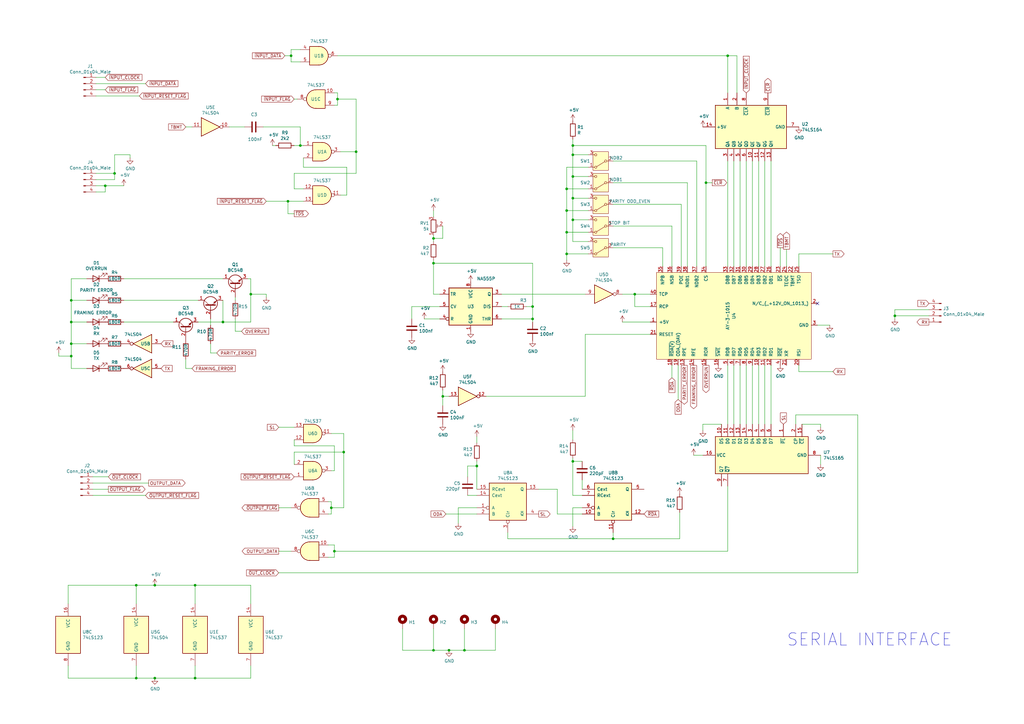
<source format=kicad_sch>
(kicad_sch (version 20230121) (generator eeschema)
  (paper "A3")
  (junction (at 232.41 104.14))
  (junction (at 29.21 123.19))
  (junction (at 177.8 266.7))
  (junction (at 234.95 59.69))
  (junction (at 135.89 208.28))
  (junction (at 177.8 107.95))
  (junction (at 146.05 62.23))
  (junction (at 55.88 240.03))
  (junction (at 91.44 132.08))
  (junction (at 218.44 125.73))
  (junction (at 234.95 189.23))
  (junction (at 367.03 129.54))
  (junction (at 46.99 71.12))
  (junction (at 177.8 97.79))
  (junction (at 63.5 278.13))
  (junction (at 260.35 120.65))
  (junction (at 29.21 146.05))
  (junction (at 138.43 40.64))
  (junction (at 123.19 59.69))
  (junction (at 298.45 22.86))
  (junction (at 232.41 95.25))
  (junction (at 232.41 86.36))
  (junction (at 29.21 132.08))
  (junction (at 119.38 22.86))
  (junction (at 80.01 278.13))
  (junction (at 190.5 266.7))
  (junction (at 181.61 162.56))
  (junction (at 234.95 90.17))
  (junction (at 234.95 81.28))
  (junction (at 232.41 77.47))
  (junction (at 55.88 278.13))
  (junction (at 234.95 63.5))
  (junction (at 118.11 82.55))
  (junction (at 251.46 220.98))
  (junction (at 289.56 74.93))
  (junction (at 140.97 185.42))
  (junction (at 195.58 191.135))
  (junction (at 137.16 226.06))
  (junction (at 234.95 72.39))
  (junction (at 218.44 130.81))
  (junction (at 80.01 240.03))
  (junction (at 43.18 76.2))
  (junction (at 63.5 240.03))
  (junction (at 29.21 140.97))
  (junction (at 184.15 266.7))
  (junction (at 102.87 120.65))
  (no_connect (at 335.28 124.46))
  (wire (pts (xy 234.95 208.28) (xy 234.95 215.9)))
  (wire (pts (xy 102.87 247.65) (xy 102.87 240.03)))
  (wire (pts (xy 295.91 173.99) (xy 288.29 173.99)))
  (wire (pts (xy 120.65 185.42) (xy 120.65 190.5)))
  (wire (pts (xy 184.15 266.7) (xy 190.5 266.7)))
  (wire (pts (xy 102.87 114.3) (xy 101.6 114.3)))
  (wire (pts (xy 184.15 162.56) (xy 181.61 162.56)))
  (wire (pts (xy 123.19 52.07) (xy 107.95 52.07)))
  (wire (pts (xy 118.11 82.55) (xy 118.11 87.63)))
  (wire (pts (xy 203.2 266.7) (xy 203.2 257.81)))
  (wire (pts (xy 381 129.54) (xy 367.03 129.54)))
  (wire (pts (xy 39.37 31.75) (xy 43.18 31.75)))
  (wire (pts (xy 119.38 22.86) (xy 119.38 25.4)))
  (wire (pts (xy 137.16 193.04) (xy 135.89 193.04)))
  (wire (pts (xy 137.16 182.88) (xy 137.16 193.04)))
  (wire (pts (xy 137.16 226.06) (xy 137.16 228.6)))
  (wire (pts (xy 177.8 107.95) (xy 177.8 120.65)))
  (wire (pts (xy 137.16 226.06) (xy 137.16 223.52)))
  (wire (pts (xy 27.94 240.03) (xy 27.94 247.65)))
  (wire (pts (xy 234.95 72.39) (xy 234.95 81.28)))
  (wire (pts (xy 135.89 177.8) (xy 140.97 177.8)))
  (wire (pts (xy 29.21 146.05) (xy 24.13 146.05)))
  (wire (pts (xy 234.95 81.28) (xy 234.95 90.17)))
  (wire (pts (xy 120.65 59.69) (xy 123.19 59.69)))
  (wire (pts (xy 234.95 189.23) (xy 234.95 203.2)))
  (wire (pts (xy 241.3 90.17) (xy 234.95 90.17)))
  (wire (pts (xy 232.41 68.58) (xy 232.41 77.47)))
  (wire (pts (xy 46.99 63.5) (xy 53.34 63.5)))
  (wire (pts (xy 177.8 257.81) (xy 177.8 266.7)))
  (wire (pts (xy 177.8 88.9) (xy 177.8 86.36)))
  (wire (pts (xy 76.2 147.32) (xy 76.2 151.13)))
  (wire (pts (xy 195.58 181.61) (xy 195.58 179.07)))
  (wire (pts (xy 300.99 66.04) (xy 300.99 109.22)))
  (wire (pts (xy 251.46 83.82) (xy 279.4 83.82)))
  (wire (pts (xy 308.61 149.86) (xy 308.61 173.99)))
  (wire (pts (xy 241.3 95.25) (xy 232.41 95.25)))
  (wire (pts (xy 50.8 123.19) (xy 81.28 123.19)))
  (wire (pts (xy 24.13 146.05) (xy 24.13 144.78)))
  (wire (pts (xy 60.96 198.12) (xy 38.1 198.12)))
  (wire (pts (xy 142.24 80.01) (xy 139.7 80.01)))
  (wire (pts (xy 146.05 71.12) (xy 146.05 62.23)))
  (wire (pts (xy 137.16 38.1) (xy 138.43 38.1)))
  (wire (pts (xy 327.66 149.86) (xy 327.66 152.4)))
  (wire (pts (xy 303.53 66.04) (xy 303.53 109.22)))
  (wire (pts (xy 29.21 151.13) (xy 29.21 146.05)))
  (wire (pts (xy 238.76 210.82) (xy 228.6 210.82)))
  (wire (pts (xy 165.1 257.81) (xy 165.1 266.7)))
  (wire (pts (xy 308.61 66.04) (xy 308.61 109.22)))
  (wire (pts (xy 313.69 149.86) (xy 313.69 173.99)))
  (wire (pts (xy 29.21 132.08) (xy 29.21 123.19)))
  (wire (pts (xy 181.61 162.56) (xy 181.61 166.37)))
  (wire (pts (xy 234.95 63.5) (xy 241.3 63.5)))
  (wire (pts (xy 96.52 121.92) (xy 96.52 123.19)))
  (wire (pts (xy 320.04 101.6) (xy 320.04 109.22)))
  (wire (pts (xy 316.23 149.86) (xy 316.23 173.99)))
  (wire (pts (xy 80.01 278.13) (xy 102.87 278.13)))
  (wire (pts (xy 43.18 78.74) (xy 43.18 76.2)))
  (wire (pts (xy 191.77 195.58) (xy 191.77 191.135)))
  (wire (pts (xy 80.01 273.05) (xy 80.01 278.13)))
  (wire (pts (xy 29.21 114.3) (xy 35.56 114.3)))
  (wire (pts (xy 306.07 149.86) (xy 306.07 173.99)))
  (wire (pts (xy 241.3 81.28) (xy 234.95 81.28)))
  (wire (pts (xy 298.45 38.1) (xy 298.45 22.86)))
  (wire (pts (xy 313.69 66.04) (xy 313.69 109.22)))
  (wire (pts (xy 238.76 196.85) (xy 238.76 200.66)))
  (wire (pts (xy 123.19 52.07) (xy 123.19 59.69)))
  (wire (pts (xy 43.18 76.2) (xy 50.8 76.2)))
  (wire (pts (xy 50.8 114.3) (xy 91.44 114.3)))
  (wire (pts (xy 234.95 90.17) (xy 234.95 99.06)))
  (wire (pts (xy 177.8 266.7) (xy 184.15 266.7)))
  (wire (pts (xy 140.97 177.8) (xy 140.97 185.42)))
  (wire (pts (xy 35.56 151.13) (xy 29.21 151.13)))
  (wire (pts (xy 266.7 137.16) (xy 240.03 137.16)))
  (wire (pts (xy 120.65 40.64) (xy 121.92 40.64)))
  (wire (pts (xy 232.41 95.25) (xy 232.41 104.14)))
  (wire (pts (xy 240.03 137.16) (xy 240.03 162.56)))
  (wire (pts (xy 124.46 68.58) (xy 142.24 68.58)))
  (wire (pts (xy 80.01 240.03) (xy 63.5 240.03)))
  (wire (pts (xy 111.76 59.69) (xy 113.03 59.69)))
  (wire (pts (xy 46.99 73.66) (xy 46.99 71.12)))
  (wire (pts (xy 109.22 121.92) (xy 109.22 120.65)))
  (wire (pts (xy 228.6 210.82) (xy 228.6 200.66)))
  (wire (pts (xy 275.59 149.86) (xy 275.59 154.94)))
  (wire (pts (xy 71.12 132.08) (xy 50.8 132.08)))
  (wire (pts (xy 234.95 99.06) (xy 241.3 99.06)))
  (wire (pts (xy 182.88 210.82) (xy 195.58 210.82)))
  (wire (pts (xy 102.87 278.13) (xy 102.87 273.05)))
  (wire (pts (xy 91.44 132.08) (xy 102.87 132.08)))
  (wire (pts (xy 278.765 220.98) (xy 251.46 220.98)))
  (wire (pts (xy 29.21 123.19) (xy 29.21 114.3)))
  (wire (pts (xy 228.6 200.66) (xy 220.98 200.66)))
  (wire (pts (xy 241.3 86.36) (xy 232.41 86.36)))
  (wire (pts (xy 120.65 175.26) (xy 114.3 175.26)))
  (wire (pts (xy 120.65 77.47) (xy 120.65 71.12)))
  (wire (pts (xy 146.05 40.64) (xy 146.05 62.23)))
  (wire (pts (xy 46.99 71.12) (xy 46.99 63.5)))
  (wire (pts (xy 322.58 102.235) (xy 322.58 109.22)))
  (wire (pts (xy 63.5 278.13) (xy 80.01 278.13)))
  (wire (pts (xy 80.01 247.65) (xy 80.01 240.03)))
  (wire (pts (xy 279.4 83.82) (xy 279.4 109.22)))
  (wire (pts (xy 232.41 104.14) (xy 232.41 106.68)))
  (wire (pts (xy 240.03 120.65) (xy 205.74 120.65)))
  (wire (pts (xy 234.95 203.2) (xy 238.76 203.2)))
  (wire (pts (xy 316.23 66.04) (xy 316.23 109.22)))
  (wire (pts (xy 266.7 120.65) (xy 260.35 120.65)))
  (wire (pts (xy 119.38 208.28) (xy 114.3 208.28)))
  (wire (pts (xy 29.21 146.05) (xy 29.21 140.97)))
  (wire (pts (xy 251.46 66.04) (xy 285.75 66.04)))
  (wire (pts (xy 96.52 130.81) (xy 96.52 135.89)))
  (wire (pts (xy 137.16 223.52) (xy 134.62 223.52)))
  (wire (pts (xy 208.28 125.73) (xy 205.74 125.73)))
  (wire (pts (xy 251.46 218.44) (xy 251.46 220.98)))
  (wire (pts (xy 292.1 74.93) (xy 289.56 74.93)))
  (wire (pts (xy 367.03 127) (xy 367.03 129.54)))
  (wire (pts (xy 232.41 86.36) (xy 232.41 95.25)))
  (wire (pts (xy 39.37 78.74) (xy 43.18 78.74)))
  (wire (pts (xy 255.27 132.08) (xy 266.7 132.08)))
  (wire (pts (xy 142.24 68.58) (xy 142.24 80.01)))
  (wire (pts (xy 55.88 240.03) (xy 27.94 240.03)))
  (wire (pts (xy 232.41 77.47) (xy 232.41 86.36)))
  (wire (pts (xy 102.87 120.65) (xy 102.87 114.3)))
  (wire (pts (xy 271.78 101.6) (xy 271.78 109.22)))
  (wire (pts (xy 288.29 186.69) (xy 284.48 186.69)))
  (wire (pts (xy 135.89 205.74) (xy 134.62 205.74)))
  (wire (pts (xy 285.75 66.04) (xy 285.75 109.22)))
  (wire (pts (xy 251.46 101.6) (xy 271.78 101.6)))
  (wire (pts (xy 138.43 38.1) (xy 138.43 40.64)))
  (wire (pts (xy 123.19 59.69) (xy 124.46 59.69)))
  (wire (pts (xy 138.43 40.64) (xy 138.43 43.18)))
  (wire (pts (xy 59.69 203.2) (xy 38.1 203.2)))
  (wire (pts (xy 39.37 39.37) (xy 57.15 39.37)))
  (wire (pts (xy 381 127) (xy 367.03 127)))
  (wire (pts (xy 140.97 208.28) (xy 135.89 208.28)))
  (wire (pts (xy 120.65 180.34) (xy 120.65 182.88)))
  (wire (pts (xy 135.89 210.82) (xy 135.89 208.28)))
  (wire (pts (xy 86.36 130.81) (xy 86.36 133.35)))
  (wire (pts (xy 288.29 173.99) (xy 288.29 176.53)))
  (wire (pts (xy 234.95 63.5) (xy 234.95 72.39)))
  (wire (pts (xy 140.97 185.42) (xy 120.65 185.42)))
  (wire (pts (xy 311.15 66.04) (xy 311.15 109.22)))
  (wire (pts (xy 177.8 106.68) (xy 177.8 107.95)))
  (wire (pts (xy 124.46 82.55) (xy 118.11 82.55)))
  (wire (pts (xy 260.35 125.73) (xy 260.35 120.65)))
  (wire (pts (xy 100.33 52.07) (xy 93.98 52.07)))
  (wire (pts (xy 181.61 97.79) (xy 177.8 97.79)))
  (wire (pts (xy 327.66 104.14) (xy 327.66 109.22)))
  (wire (pts (xy 281.94 74.93) (xy 281.94 109.22)))
  (wire (pts (xy 328.93 173.99) (xy 336.55 173.99)))
  (wire (pts (xy 289.56 74.93) (xy 289.56 59.69)))
  (wire (pts (xy 44.45 200.66) (xy 38.1 200.66)))
  (wire (pts (xy 138.43 22.86) (xy 298.45 22.86)))
  (wire (pts (xy 234.95 180.34) (xy 234.95 176.53)))
  (wire (pts (xy 278.13 149.86) (xy 278.13 163.83)))
  (wire (pts (xy 278.765 210.185) (xy 278.765 220.98)))
  (wire (pts (xy 29.21 140.97) (xy 29.21 132.08)))
  (wire (pts (xy 120.65 182.88) (xy 137.16 182.88)))
  (wire (pts (xy 187.96 208.28) (xy 187.96 214.63)))
  (wire (pts (xy 124.46 77.47) (xy 120.65 77.47)))
  (wire (pts (xy 177.8 96.52) (xy 177.8 97.79)))
  (wire (pts (xy 367.03 129.54) (xy 367.03 130.81)))
  (wire (pts (xy 218.44 132.08) (xy 218.44 130.81)))
  (wire (pts (xy 234.95 59.69) (xy 234.95 63.5)))
  (wire (pts (xy 39.37 36.83) (xy 43.18 36.83)))
  (wire (pts (xy 39.37 73.66) (xy 46.99 73.66)))
  (wire (pts (xy 119.38 22.86) (xy 116.84 22.86)))
  (wire (pts (xy 134.62 210.82) (xy 135.89 210.82)))
  (wire (pts (xy 191.77 191.135) (xy 195.58 191.135)))
  (wire (pts (xy 302.26 22.86) (xy 302.26 38.1)))
  (wire (pts (xy 123.19 20.32) (xy 119.38 20.32)))
  (wire (pts (xy 190.5 266.7) (xy 203.2 266.7)))
  (wire (pts (xy 195.58 191.135) (xy 195.58 200.66)))
  (wire (pts (xy 191.77 203.2) (xy 195.58 203.2)))
  (wire (pts (xy 300.99 149.86) (xy 300.99 173.99)))
  (wire (pts (xy 86.36 144.78) (xy 88.9 144.78)))
  (wire (pts (xy 234.95 187.96) (xy 234.95 189.23)))
  (wire (pts (xy 120.65 71.12) (xy 146.05 71.12)))
  (wire (pts (xy 266.7 125.73) (xy 260.35 125.73)))
  (wire (pts (xy 298.45 66.04) (xy 298.45 109.22)))
  (wire (pts (xy 86.36 140.97) (xy 86.36 144.78)))
  (wire (pts (xy 311.15 149.86) (xy 311.15 173.99)))
  (wire (pts (xy 336.55 173.99) (xy 336.55 175.26)))
  (wire (pts (xy 168.91 125.73) (xy 168.91 130.81)))
  (wire (pts (xy 195.58 189.23) (xy 195.58 191.135)))
  (wire (pts (xy 208.28 220.98) (xy 208.28 218.44)))
  (wire (pts (xy 102.87 132.08) (xy 102.87 120.65)))
  (wire (pts (xy 27.94 273.05) (xy 27.94 278.13)))
  (wire (pts (xy 55.88 247.65) (xy 55.88 240.03)))
  (wire (pts (xy 240.03 162.56) (xy 199.39 162.56)))
  (wire (pts (xy 180.34 125.73) (xy 168.91 125.73)))
  (wire (pts (xy 118.11 82.55) (xy 109.22 82.55)))
  (wire (pts (xy 63.5 240.03) (xy 55.88 240.03)))
  (wire (pts (xy 177.8 97.79) (xy 177.8 99.06)))
  (wire (pts (xy 114.3 234.95) (xy 351.79 234.95)))
  (wire (pts (xy 124.46 64.77) (xy 124.46 68.58)))
  (wire (pts (xy 241.3 77.47) (xy 232.41 77.47)))
  (wire (pts (xy 55.88 273.05) (xy 55.88 278.13)))
  (wire (pts (xy 205.74 130.81) (xy 218.44 130.81)))
  (wire (pts (xy 351.79 234.95) (xy 351.79 170.18)))
  (wire (pts (xy 241.3 72.39) (xy 234.95 72.39)))
  (wire (pts (xy 173.99 130.81) (xy 180.34 130.81)))
  (wire (pts (xy 238.76 189.23) (xy 234.95 189.23)))
  (wire (pts (xy 232.41 104.14) (xy 241.3 104.14)))
  (wire (pts (xy 135.89 208.28) (xy 135.89 205.74)))
  (wire (pts (xy 298.45 22.86) (xy 302.26 22.86)))
  (wire (pts (xy 234.95 59.69) (xy 234.95 57.15)))
  (wire (pts (xy 39.37 71.12) (xy 46.99 71.12)))
  (wire (pts (xy 195.58 208.28) (xy 187.96 208.28)))
  (wire (pts (xy 96.52 135.89) (xy 99.06 135.89)))
  (wire (pts (xy 298.45 149.86) (xy 298.45 173.99)))
  (wire (pts (xy 81.28 132.08) (xy 91.44 132.08)))
  (wire (pts (xy 138.43 40.64) (xy 146.05 40.64)))
  (wire (pts (xy 238.76 208.28) (xy 234.95 208.28)))
  (wire (pts (xy 38.1 195.58) (xy 44.45 195.58)))
  (wire (pts (xy 215.9 125.73) (xy 218.44 125.73)))
  (wire (pts (xy 138.43 43.18) (xy 137.16 43.18)))
  (wire (pts (xy 251.46 220.98) (xy 208.28 220.98)))
  (wire (pts (xy 137.16 228.6) (xy 134.62 228.6)))
  (wire (pts (xy 91.44 123.19) (xy 91.44 132.08)))
  (wire (pts (xy 29.21 140.97) (xy 35.56 140.97)))
  (wire (pts (xy 35.56 132.08) (xy 29.21 132.08)))
  (wire (pts (xy 218.44 125.73) (xy 218.44 107.95)))
  (wire (pts (xy 181.61 92.71) (xy 181.61 97.79)))
  (wire (pts (xy 140.97 185.42) (xy 140.97 208.28)))
  (wire (pts (xy 53.34 63.5) (xy 53.34 64.77)))
  (wire (pts (xy 336.55 186.69) (xy 336.55 190.5)))
  (wire (pts (xy 306.07 66.04) (xy 306.07 109.22)))
  (wire (pts (xy 190.5 257.81) (xy 190.5 266.7)))
  (wire (pts (xy 165.1 266.7) (xy 177.8 266.7)))
  (wire (pts (xy 351.79 170.18) (xy 326.39 170.18)))
  (wire (pts (xy 275.59 92.71) (xy 251.46 92.71)))
  (wire (pts (xy 76.2 151.13) (xy 78.74 151.13)))
  (wire (pts (xy 218.44 130.81) (xy 218.44 125.73)))
  (wire (pts (xy 146.05 62.23) (xy 139.7 62.23)))
  (wire (pts (xy 118.11 87.63) (xy 120.65 87.63)))
  (wire (pts (xy 289.56 59.69) (xy 234.95 59.69)))
  (wire (pts (xy 303.53 149.86) (xy 303.53 173.99)))
  (wire (pts (xy 78.74 52.07) (xy 76.2 52.07)))
  (wire (pts (xy 137.16 226.06) (xy 298.45 226.06)))
  (wire (pts (xy 109.22 120.65) (xy 102.87 120.65)))
  (wire (pts (xy 119.38 25.4) (xy 123.19 25.4)))
  (wire (pts (xy 27.94 278.13) (xy 55.88 278.13)))
  (wire (pts (xy 119.38 20.32) (xy 119.38 22.86)))
  (wire (pts (xy 335.28 133.35) (xy 340.36 133.35)))
  (wire (pts (xy 181.61 160.02) (xy 181.61 162.56)))
  (wire (pts (xy 39.37 34.29) (xy 59.69 34.29)))
  (wire (pts (xy 326.39 170.18) (xy 326.39 173.99)))
  (wire (pts (xy 119.38 226.06) (xy 114.3 226.06)))
  (wire (pts (xy 289.56 109.22) (xy 289.56 74.93)))
  (wire (pts (xy 218.44 107.95) (xy 177.8 107.95)))
  (wire (pts (xy 327.66 152.4) (xy 341.63 152.4)))
  (wire (pts (xy 260.35 120.65) (xy 255.27 120.65)))
  (wire (pts (xy 241.3 68.58) (xy 232.41 68.58)))
  (wire (pts (xy 298.45 199.39) (xy 298.45 226.06)))
  (wire (pts (xy 275.59 109.22) (xy 275.59 92.71)))
  (wire (pts (xy 35.56 123.19) (xy 29.21 123.19)))
  (wire (pts (xy 102.87 240.03) (xy 80.01 240.03)))
  (wire (pts (xy 55.88 278.13) (xy 63.5 278.13)))
  (wire (pts (xy 341.63 104.14) (xy 327.66 104.14)))
  (wire (pts (xy 39.37 76.2) (xy 43.18 76.2)))
  (wire (pts (xy 251.46 74.93) (xy 281.94 74.93)))
  (wire (pts (xy 177.8 120.65) (xy 180.34 120.65)))
  (text "SERIAL INTERFACE" (at 322.58 265.43 0) (effects (font (size 5.0038 5.0038)) (justify left bottom)))
  (global_label "TX" (shape input) (at 381 124.46 180) (property "Intersheetrefs" "${INTERSHEET_REFS}" (effects hide)))
  (global_label "~{INPUT_RESET_FLAG}" (shape input) (at 57.15 39.37 0) (property "Intersheetrefs" "${INTERSHEET_REFS}" (effects hide)))
  (global_label "~{RDA}" (shape input) (at 264.16 210.82 0) (property "Intersheetrefs" "${INTERSHEET_REFS}" (effects hide)))
  (global_label "~{OUTPUT_FLAG}" (shape output) (at 44.45 200.66 0) (property "Intersheetrefs" "${INTERSHEET_REFS}" (effects hide)))
  (global_label "~{CLR}" (shape output) (at 314.96 38.1 90) (property "Intersheetrefs" "${INTERSHEET_REFS}" (effects hide)))
  (global_label "OVERRUN" (shape input) (at 99.06 135.89 0) (property "Intersheetrefs" "${INTERSHEET_REFS}" (effects hide)))
  (global_label "~{OUTPUT_RESET_FLAG}" (shape input) (at 59.69 203.2 0) (property "Intersheetrefs" "${INTERSHEET_REFS}" (effects hide)))
  (global_label "~{INPUT_RESET_FLAG}" (shape input) (at 109.22 82.55 180) (property "Intersheetrefs" "${INTERSHEET_REFS}" (effects hide)))
  (global_label "ODA" (shape input) (at 182.88 210.82 180) (property "Intersheetrefs" "${INTERSHEET_REFS}" (effects hide)))
  (global_label "FRAMING_ERROR" (shape output) (at 284.48 149.86 270) (property "Intersheetrefs" "${INTERSHEET_REFS}" (effects hide)))
  (global_label "TX" (shape output) (at 341.63 104.14 0) (property "Intersheetrefs" "${INTERSHEET_REFS}" (effects hide)))
  (global_label "~{INPUT_CLOCK}" (shape input) (at 43.18 31.75 0) (property "Intersheetrefs" "${INTERSHEET_REFS}" (effects hide)))
  (global_label "~{INPUT_DATA}" (shape input) (at 59.69 34.29 0) (property "Intersheetrefs" "${INTERSHEET_REFS}" (effects hide)))
  (global_label "~{INPUT_DATA}" (shape input) (at 116.84 22.86 180) (property "Intersheetrefs" "${INTERSHEET_REFS}" (effects hide)))
  (global_label "SL" (shape input) (at 321.31 173.99 90) (property "Intersheetrefs" "${INTERSHEET_REFS}" (effects hide)))
  (global_label "~{TDS}" (shape output) (at 320.04 101.6 90) (property "Intersheetrefs" "${INTERSHEET_REFS}" (effects hide)))
  (global_label "~{OUTPUT_FLAG}" (shape output) (at 114.3 208.28 180) (property "Intersheetrefs" "${INTERSHEET_REFS}" (effects hide)))
  (global_label "ODA" (shape input) (at 278.13 163.83 270) (property "Intersheetrefs" "${INTERSHEET_REFS}" (effects hide)))
  (global_label "~{OUTPUT_RESET_FLAG}" (shape input) (at 120.65 195.58 180) (property "Intersheetrefs" "${INTERSHEET_REFS}" (effects hide)))
  (global_label "~{OUT_CLOCK}" (shape input) (at 114.3 234.95 180) (property "Intersheetrefs" "${INTERSHEET_REFS}" (effects hide)))
  (global_label "PARITY_ERROR" (shape output) (at 280.67 149.86 270) (property "Intersheetrefs" "${INTERSHEET_REFS}" (effects hide)))
  (global_label "OVERRUN" (shape output) (at 289.56 149.86 270) (property "Intersheetrefs" "${INTERSHEET_REFS}" (effects hide)))
  (global_label "TBMT" (shape output) (at 322.58 102.235 90) (property "Intersheetrefs" "${INTERSHEET_REFS}" (effects hide)))
  (global_label "RX" (shape input) (at 341.63 152.4 0) (property "Intersheetrefs" "${INTERSHEET_REFS}" (effects hide)))
  (global_label "~{INPUT_FLAG}" (shape input) (at 43.18 36.83 0) (property "Intersheetrefs" "${INTERSHEET_REFS}" (effects hide)))
  (global_label "RX" (shape input) (at 66.04 140.97 0) (property "Intersheetrefs" "${INTERSHEET_REFS}" (effects hide)))
  (global_label "PARITY_ERROR" (shape input) (at 88.9 144.78 0) (property "Intersheetrefs" "${INTERSHEET_REFS}" (effects hide)))
  (global_label "FRAMING_ERROR" (shape input) (at 78.74 151.13 0) (property "Intersheetrefs" "${INTERSHEET_REFS}" (effects hide)))
  (global_label "OUTPUT_DATA" (shape output) (at 60.96 198.12 0) (property "Intersheetrefs" "${INTERSHEET_REFS}" (effects hide)))
  (global_label "TX" (shape input) (at 66.04 151.13 0) (property "Intersheetrefs" "${INTERSHEET_REFS}" (effects hide)))
  (global_label "~{RDA}" (shape input) (at 275.59 154.94 270) (property "Intersheetrefs" "${INTERSHEET_REFS}" (effects hide)))
  (global_label "~{INPUT_CLOCK}" (shape input) (at 306.07 38.1 90) (property "Intersheetrefs" "${INTERSHEET_REFS}" (effects hide)))
  (global_label "SL" (shape output) (at 220.98 210.82 0) (property "Intersheetrefs" "${INTERSHEET_REFS}" (effects hide)))
  (global_label "~{INPUT_FLAG}" (shape input) (at 120.65 40.64 180) (property "Intersheetrefs" "${INTERSHEET_REFS}" (effects hide)))
  (global_label "~{OUT_CLOCK}" (shape input) (at 44.45 195.58 0) (property "Intersheetrefs" "${INTERSHEET_REFS}" (effects hide)))
  (global_label "~{TDS}" (shape output) (at 120.65 87.63 0) (property "Intersheetrefs" "${INTERSHEET_REFS}" (effects hide)))
  (global_label "OUTPUT_DATA" (shape output) (at 114.3 226.06 180) (property "Intersheetrefs" "${INTERSHEET_REFS}" (effects hide)))
  (global_label "RX" (shape output) (at 381 132.08 180) (property "Intersheetrefs" "${INTERSHEET_REFS}" (effects hide)))
  (global_label "TBMT" (shape input) (at 76.2 52.07 180) (property "Intersheetrefs" "${INTERSHEET_REFS}" (effects hide)))
  (global_label "~{CLR}" (shape output) (at 292.1 74.93 0) (property "Intersheetrefs" "${INTERSHEET_REFS}" (effects hide)))
  (global_label "SL" (shape input) (at 114.3 175.26 180) (property "Intersheetrefs" "${INTERSHEET_REFS}" (effects hide)))
  (symbol (lib_id "74xx:74LS165") (at 311.15 186.69 90) (mirror x) (unit 1)
    (property "Reference" "U7" (at 337.6676 185.5216 90) (effects (justify right)))
    (property "Value" "74LS165" (at 337.6676 187.833 90) (effects (justify right)))
    (property "Footprint" "Package_DIP:DIP-16_W7.62mm" (effects hide))
    (property "Datasheet" "https://www.ti.com/lit/ds/symlink/sn74ls165a.pdf" (effects hide))
  )
  (symbol (lib_id "E8Serial-rescue:AY-3-1015-Interface_UART") (at 300.99 129.54 90) (unit 1)
    (property "Reference" "U4" (at 300.99 129.54 0))
    (property "Value" "AY-3-1015" (at 298.45 129.54 0))
    (property "Footprint" "Package_DIP:DIP-40_W15.24mm" (effects hide))
  )
  (symbol (lib_id "power:GND") (at 109.22 121.92 0) (unit 1)
    (property "Reference" "#PWR0111" (effects hide))
    (property "Value" "GND" (at 109.347 126.3142 0))
  )
  (symbol (lib_id "Switch:SW_SPDT") (at 246.38 101.6 180) (unit 1)
    (property "Reference" "SW5" (at 240.03 101.6 0))
    (property "Value" "PARITY " (at 254 100.33 0))
    (property "Footprint" "Altronics:S1320_SPDP_Toggle_switch_PCB_right_angle" (effects hide))
  )
  (symbol (lib_id "Switch:SW_SPDT") (at 246.38 92.71 180) (unit 1)
    (property "Reference" "SW4" (at 240.03 92.71 0))
    (property "Value" "STOP BIT" (at 254 91.44 0))
    (property "Footprint" "Altronics:S1320_SPDP_Toggle_switch_PCB_right_angle" (effects hide))
  )
  (symbol (lib_id "Switch:SW_SPDT") (at 246.38 83.82 180) (unit 1)
    (property "Reference" "SW3" (at 240.03 83.82 0))
    (property "Value" " PARITY ODD_EVEN" (at 257.81 82.55 0))
    (property "Footprint" "Altronics:S1320_SPDP_Toggle_switch_PCB_right_angle" (effects hide))
  )
  (symbol (lib_id "Switch:SW_SPDT") (at 246.38 74.93 180) (unit 1)
    (property "Reference" "SW2" (at 240.03 74.93 0))
    (property "Value" "NDB1" (at 252.73 73.66 0))
    (property "Footprint" "Altronics:S1320_SPDP_Toggle_switch_PCB_right_angle" (effects hide))
  )
  (symbol (lib_id "Switch:SW_SPDT") (at 246.38 66.04 180) (unit 1)
    (property "Reference" "SW1" (at 240.03 66.04 0))
    (property "Value" "NDB2" (at 252.73 64.77 0))
    (property "Footprint" "Altronics:S1320_SPDP_Toggle_switch_PCB_right_angle" (effects hide))
  )
  (symbol (lib_id "power:GND") (at 232.41 106.68 0) (unit 1)
    (property "Reference" "#PWR0101" (effects hide))
    (property "Value" "GND" (at 232.537 111.0742 0))
  )
  (symbol (lib_id "Device:R") (at 234.95 53.34 0) (unit 1)
    (property "Reference" "R1" (at 236.728 52.1716 0) (effects (justify left)))
    (property "Value" "R" (at 236.728 54.483 0) (effects (justify left)))
    (property "Footprint" "Resistor_THT:R_Axial_DIN0207_L6.3mm_D2.5mm_P10.16mm_Horizontal" (effects hide))
  )
  (symbol (lib_id "power:+5V") (at 255.27 132.08 0) (unit 1)
    (property "Reference" "#PWR0102" (effects hide))
    (property "Value" "+5V" (at 255.651 127.6858 0))
  )
  (symbol (lib_id "power:+5V") (at 234.95 49.53 0) (unit 1)
    (property "Reference" "#PWR0103" (effects hide))
    (property "Value" "+5V" (at 235.331 45.1358 0))
  )
  (symbol (lib_id "74xx:74LS04") (at 247.65 120.65 0) (unit 4)
    (property "Reference" "U5" (at 247.65 112.5982 0))
    (property "Value" "74LS04" (at 247.65 114.9096 0))
    (property "Footprint" "Package_DIP:DIP-14_W7.62mm" (effects hide))
    (property "Datasheet" "http://www.ti.com/lit/gpn/sn74LS04" (effects hide))
  )
  (symbol (lib_id "Timer:NA555P") (at 193.04 125.73 0) (unit 1)
    (property "Reference" "U3" (at 193.04 125.73 0))
    (property "Value" "NA555P" (at 199.39 114.3 0))
    (property "Footprint" "Package_DIP:DIP-8_W7.62mm" (effects hide))
    (property "Datasheet" "http://www.ti.com/lit/ds/symlink/ne555.pdf" (effects hide))
  )
  (symbol (lib_id "Device:R") (at 212.09 125.73 270) (unit 1)
    (property "Reference" "R3" (at 214.63 123.19 90))
    (property "Value" "1K" (at 212.09 125.73 90))
    (property "Footprint" "Resistor_THT:R_Axial_DIN0207_L6.3mm_D2.5mm_P10.16mm_Horizontal" (effects hide))
  )
  (symbol (lib_id "power:+5V") (at 173.99 130.81 0) (unit 1)
    (property "Reference" "#PWR0104" (effects hide))
    (property "Value" "+5V" (at 174.371 126.4158 0))
  )
  (symbol (lib_id "power:+5V") (at 193.04 115.57 0) (unit 1)
    (property "Reference" "#PWR0105" (effects hide))
    (property "Value" "+5V" (at 193.421 111.1758 0))
  )
  (symbol (lib_id "power:GND") (at 193.04 135.89 0) (unit 1)
    (property "Reference" "#PWR0106" (effects hide))
    (property "Value" "GND" (at 193.167 140.2842 0))
  )
  (symbol (lib_id "Device:R") (at 177.8 102.87 0) (mirror x) (unit 1)
    (property "Reference" "R2" (at 176.022 101.7016 0) (effects (justify right)))
    (property "Value" "4k7" (at 176.022 104.013 0) (effects (justify right)))
    (property "Footprint" "Resistor_THT:R_Axial_DIN0207_L6.3mm_D2.5mm_P10.16mm_Horizontal" (effects hide))
  )
  (symbol (lib_id "E8Serial-rescue:R_POT_TRIM-Device") (at 177.8 92.71 0) (mirror x) (unit 1)
    (property "Reference" "RV1" (at 176.022 91.5416 0) (effects (justify right)))
    (property "Value" "5k" (at 176.022 93.853 0) (effects (justify right)))
    (property "Footprint" "Potentiometer_THT:Potentiometer_Bourns_3006P_Horizontal" (effects hide))
  )
  (symbol (lib_id "power:+5V") (at 177.8 86.36 0) (unit 1)
    (property "Reference" "#PWR0107" (effects hide))
    (property "Value" "+5V" (at 178.181 81.9658 0))
  )
  (symbol (lib_id "Device:C") (at 168.91 134.62 0) (unit 1)
    (property "Reference" "C1" (at 171.831 133.4516 0) (effects (justify left)))
    (property "Value" "100nf" (at 171.831 135.763 0) (effects (justify left)))
    (property "Footprint" "Capacitor_THT:C_Disc_D10.0mm_W2.5mm_P5.00mm" (effects hide))
  )
  (symbol (lib_id "74xx:74LS04") (at 191.77 162.56 0) (unit 6)
    (property "Reference" "U5" (at 191.77 154.5082 0))
    (property "Value" "74LS04" (at 191.77 156.8196 0))
    (property "Datasheet" "http://www.ti.com/lit/gpn/sn74LS04" (effects hide))
  )
  (symbol (lib_id "Device:C") (at 218.44 135.89 0) (unit 1)
    (property "Reference" "C2" (at 221.361 134.7216 0) (effects (justify left)))
    (property "Value" "100nf" (at 221.361 137.033 0) (effects (justify left)))
    (property "Footprint" "Capacitor_THT:C_Disc_D10.0mm_W2.5mm_P5.00mm" (effects hide))
  )
  (symbol (lib_id "Device:R") (at 181.61 156.21 0) (mirror x) (unit 1)
    (property "Reference" "R12" (at 179.832 155.0416 0) (effects (justify right)))
    (property "Value" "4k7" (at 179.832 157.353 0) (effects (justify right)))
    (property "Footprint" "Resistor_THT:R_Axial_DIN0207_L6.3mm_D2.5mm_P10.16mm_Horizontal" (effects hide))
  )
  (symbol (lib_id "Device:C") (at 181.61 170.18 0) (unit 1)
    (property "Reference" "C4" (at 184.531 169.0116 0) (effects (justify left)))
    (property "Value" "100nF" (at 184.531 171.323 0) (effects (justify left)))
    (property "Footprint" "Capacitor_THT:C_Disc_D10.0mm_W2.5mm_P5.00mm" (effects hide))
  )
  (symbol (lib_id "power:GND") (at 218.44 139.7 0) (unit 1)
    (property "Reference" "#PWR0108" (effects hide))
    (property "Value" "GND" (at 218.567 144.0942 0))
  )
  (symbol (lib_id "power:GND") (at 168.91 138.43 0) (unit 1)
    (property "Reference" "#PWR0109" (effects hide))
    (property "Value" "GND" (at 169.037 142.8242 0))
  )
  (symbol (lib_id "power:GND") (at 181.61 173.99 0) (unit 1)
    (property "Reference" "#PWR0112" (effects hide))
    (property "Value" "GND" (at 181.737 178.3842 0))
  )
  (symbol (lib_id "power:+5V") (at 181.61 152.4 0) (unit 1)
    (property "Reference" "#PWR0113" (effects hide))
    (property "Value" "+5V" (at 181.991 148.0058 0))
  )
  (symbol (lib_id "E8Serial-rescue:74LS123-74xx") (at 208.28 205.74 0) (unit 1)
    (property "Reference" "U8" (at 208.28 193.8782 0))
    (property "Value" "74LS123" (at 208.28 196.1896 0))
    (property "Footprint" "Package_DIP:DIP-16_W7.62mm" (effects hide))
    (property "Datasheet" "http://www.ti.com/lit/gpn/sn74LS123" (effects hide))
  )
  (symbol (lib_id "E8Serial-rescue:74LS123-74xx") (at 251.46 205.74 0) (unit 2)
    (property "Reference" "U8" (at 251.46 193.8782 0))
    (property "Value" "74LS123" (at 251.46 196.1896 0))
    (property "Footprint" "Package_DIP:DIP-16_W7.62mm" (effects hide))
    (property "Datasheet" "http://www.ti.com/lit/gpn/sn74LS123" (effects hide))
  )
  (symbol (lib_id "Device:R") (at 234.95 184.15 0) (mirror x) (unit 1)
    (property "Reference" "R14" (at 233.172 182.9816 0) (effects (justify right)))
    (property "Value" "4k7" (at 233.172 185.293 0) (effects (justify right)))
    (property "Footprint" "Resistor_THT:R_Axial_DIN0207_L6.3mm_D2.5mm_P10.16mm_Horizontal" (effects hide))
  )
  (symbol (lib_id "Device:C") (at 238.76 193.04 0) (unit 1)
    (property "Reference" "C6" (at 241.681 191.8716 0) (effects (justify left)))
    (property "Value" "220pF" (at 241.681 194.183 0) (effects (justify left)))
    (property "Footprint" "Capacitor_THT:C_Disc_D8.0mm_W2.5mm_P5.00mm" (effects hide))
  )
  (symbol (lib_id "Device:R") (at 195.58 185.42 0) (mirror x) (unit 1)
    (property "Reference" "R13" (at 193.802 184.2516 0) (effects (justify right)))
    (property "Value" "4k7" (at 193.802 186.563 0) (effects (justify right)))
    (property "Footprint" "Resistor_THT:R_Axial_DIN0207_L6.3mm_D2.5mm_P10.16mm_Horizontal" (effects hide))
  )
  (symbol (lib_id "Device:C") (at 191.77 199.39 0) (mirror y) (unit 1)
    (property "Reference" "C5" (at 188.849 198.2216 0) (effects (justify left)))
    (property "Value" "220pF" (at 188.849 200.533 0) (effects (justify left)))
    (property "Footprint" "Capacitor_THT:C_Disc_D8.0mm_W2.5mm_P5.00mm" (effects hide))
  )
  (symbol (lib_id "Device:LED") (at 39.37 114.3 180) (unit 1)
    (property "Reference" "D1" (at 39.5478 107.823 0))
    (property "Value" "OVERRUN" (at 39.5478 110.1344 0))
    (property "Footprint" "LED_THT:LED_D5.0mm_Horizontal_O3.81mm_Z9.0mm" (effects hide))
  )
  (symbol (lib_id "Device:LED") (at 39.37 123.19 180) (unit 1)
    (property "Reference" "D2" (at 39.5478 116.713 0))
    (property "Value" "PARITY ERROR" (at 39.5478 119.0244 0))
    (property "Footprint" "LED_THT:LED_D5.0mm_Horizontal_O3.81mm_Z9.0mm" (effects hide))
  )
  (symbol (lib_id "Device:LED") (at 39.37 132.08 180) (unit 1)
    (property "Reference" "D3" (at 39.5478 125.603 0))
    (property "Value" "FRAMING ERROR" (at 38.1 128.27 0))
    (property "Footprint" "LED_THT:LED_D5.0mm_Horizontal_O3.81mm_Z9.0mm" (effects hide))
  )
  (symbol (lib_id "Device:LED") (at 39.37 140.97 180) (unit 1)
    (property "Reference" "D4" (at 39.5478 134.493 0))
    (property "Value" "RX" (at 39.5478 136.8044 0))
    (property "Footprint" "LED_THT:LED_D5.0mm_Horizontal_O3.81mm_Z9.0mm" (effects hide))
  )
  (symbol (lib_id "Device:R") (at 46.99 114.3 270) (mirror x) (unit 1)
    (property "Reference" "R4" (at 46.99 111.76 90))
    (property "Value" "180R" (at 46.99 114.3 90))
    (property "Footprint" "Resistor_THT:R_Axial_DIN0207_L6.3mm_D2.5mm_P10.16mm_Horizontal" (effects hide))
  )
  (symbol (lib_id "Device:R") (at 46.99 123.19 270) (mirror x) (unit 1)
    (property "Reference" "R5" (at 46.99 120.65 90))
    (property "Value" "180R" (at 46.99 123.19 90))
    (property "Footprint" "Resistor_THT:R_Axial_DIN0207_L6.3mm_D2.5mm_P10.16mm_Horizontal" (effects hide))
  )
  (symbol (lib_id "Device:R") (at 46.99 132.08 270) (mirror x) (unit 1)
    (property "Reference" "R6" (at 46.99 129.54 90))
    (property "Value" "180R" (at 46.99 132.08 90))
    (property "Footprint" "Resistor_THT:R_Axial_DIN0207_L6.3mm_D2.5mm_P10.16mm_Horizontal" (effects hide))
  )
  (symbol (lib_id "Device:R") (at 46.99 140.97 270) (mirror x) (unit 1)
    (property "Reference" "R7" (at 46.99 138.43 90))
    (property "Value" "180R" (at 46.99 140.97 90))
    (property "Footprint" "Resistor_THT:R_Axial_DIN0207_L6.3mm_D2.5mm_P10.16mm_Horizontal" (effects hide))
  )
  (symbol (lib_id "Device:LED") (at 39.37 151.13 180) (unit 1)
    (property "Reference" "D5" (at 39.5478 144.653 0))
    (property "Value" "TX" (at 39.5478 146.9644 0))
    (property "Footprint" "LED_THT:LED_D5.0mm_Horizontal_O3.81mm_Z9.0mm" (effects hide))
  )
  (symbol (lib_id "Device:R") (at 46.99 151.13 270) (mirror x) (unit 1)
    (property "Reference" "R8" (at 46.99 148.59 90))
    (property "Value" "180R" (at 46.99 151.13 90))
    (property "Footprint" "Resistor_THT:R_Axial_DIN0207_L6.3mm_D2.5mm_P10.16mm_Horizontal" (effects hide))
  )
  (symbol (lib_id "74xx:74LS04") (at 58.42 140.97 180) (unit 2)
    (property "Reference" "U5" (at 59.69 140.97 0))
    (property "Value" "74LS04" (at 54.61 137.16 0))
    (property "Datasheet" "http://www.ti.com/lit/gpn/sn74LS04" (effects hide))
  )
  (symbol (lib_id "power:+5V") (at 234.95 176.53 0) (unit 1)
    (property "Reference" "#PWR0114" (effects hide))
    (property "Value" "+5V" (at 235.331 172.1358 0))
  )
  (symbol (lib_id "power:+5V") (at 195.58 179.07 0) (unit 1)
    (property "Reference" "#PWR0115" (effects hide))
    (property "Value" "+5V" (at 195.961 174.6758 0))
  )
  (symbol (lib_id "74xx:74LS04") (at 58.42 151.13 180) (unit 3)
    (property "Reference" "U5" (at 59.69 151.13 0))
    (property "Value" "74LS04" (at 54.61 147.32 0))
    (property "Datasheet" "http://www.ti.com/lit/gpn/sn74LS04" (effects hide))
  )
  (symbol (lib_id "power:GND") (at 187.96 214.63 0) (unit 1)
    (property "Reference" "#PWR0116" (effects hide))
    (property "Value" "GND" (at 188.087 219.0242 0))
  )
  (symbol (lib_id "power:GND") (at 234.95 215.9 0) (unit 1)
    (property "Reference" "#PWR0117" (effects hide))
    (property "Value" "GND" (at 235.077 220.2942 0))
  )
  (symbol (lib_id "power:+5V") (at 24.13 144.78 0) (unit 1)
    (property "Reference" "#PWR0110" (effects hide))
    (property "Value" "+5V" (at 24.511 140.3858 0))
  )
  (symbol (lib_id "power:GND") (at 288.29 176.53 0) (unit 1)
    (property "Reference" "#PWR0118" (effects hide))
    (property "Value" "GND" (at 288.417 180.9242 0))
  )
  (symbol (lib_id "power:GND") (at 336.55 175.26 0) (unit 1)
    (property "Reference" "#PWR0119" (effects hide))
    (property "Value" "GND" (at 336.677 179.6542 0))
  )
  (symbol (lib_id "Transistor_BJT:BC548") (at 76.2 134.62 90) (unit 1)
    (property "Reference" "Q3" (at 76.2 126.2888 90))
    (property "Value" "BC548" (at 76.2 128.6002 90))
    (property "Footprint" "Package_TO_SOT_THT:TO-92_Inline_Wide" (effects hide))
    (property "Datasheet" "https://www.onsemi.com/pub/Collateral/BC550-D.pdf" (effects hide))
  )
  (symbol (lib_id "Transistor_BJT:BC548") (at 86.36 125.73 90) (unit 1)
    (property "Reference" "Q2" (at 86.36 117.3988 90))
    (property "Value" "BC548" (at 86.36 119.7102 90))
    (property "Footprint" "Package_TO_SOT_THT:TO-92_Inline_Wide" (effects hide))
    (property "Datasheet" "https://www.onsemi.com/pub/Collateral/BC550-D.pdf" (effects hide))
  )
  (symbol (lib_id "Transistor_BJT:BC548") (at 96.52 116.84 90) (unit 1)
    (property "Reference" "Q1" (at 96.52 108.5088 90))
    (property "Value" "BC548" (at 96.52 110.8202 90))
    (property "Footprint" "Package_TO_SOT_THT:TO-92_Inline_Wide" (effects hide))
    (property "Datasheet" "https://www.onsemi.com/pub/Collateral/BC550-D.pdf" (effects hide))
  )
  (symbol (lib_id "power:+5V") (at 284.48 186.69 0) (unit 1)
    (property "Reference" "#PWR0120" (effects hide))
    (property "Value" "+5V" (at 284.861 182.2958 0))
  )
  (symbol (lib_id "power:GND") (at 336.55 190.5 0) (unit 1)
    (property "Reference" "#PWR0121" (effects hide))
    (property "Value" "GND" (at 336.677 194.8942 0))
  )
  (symbol (lib_id "Device:R") (at 76.2 143.51 0) (mirror x) (unit 1)
    (property "Reference" "R11" (at 74.4474 142.3416 0) (effects (justify right)))
    (property "Value" "470R" (at 76.2 146.05 90) (effects (justify right)))
    (property "Footprint" "Resistor_THT:R_Axial_DIN0207_L6.3mm_D2.5mm_P10.16mm_Horizontal" (effects hide))
  )
  (symbol (lib_id "Device:R") (at 86.36 137.16 0) (mirror x) (unit 1)
    (property "Reference" "R10" (at 84.6074 135.9916 0) (effects (justify right)))
    (property "Value" "470R" (at 86.36 139.7 90) (effects (justify right)))
    (property "Footprint" "Resistor_THT:R_Axial_DIN0207_L6.3mm_D2.5mm_P10.16mm_Horizontal" (effects hide))
  )
  (symbol (lib_id "Device:R") (at 96.52 127 0) (mirror x) (unit 1)
    (property "Reference" "R15" (at 101.6 125.73 0) (effects (justify right)))
    (property "Value" "470R" (at 96.52 129.54 90) (effects (justify right)))
    (property "Footprint" "Resistor_THT:R_Axial_DIN0207_L6.3mm_D2.5mm_P10.16mm_Horizontal" (effects hide))
  )
  (symbol (lib_id "74xx:74LS37") (at 128.27 177.8 0) (mirror x) (unit 4)
    (property "Reference" "U6" (at 128.27 177.8 0))
    (property "Value" "74LS37" (at 128.27 172.72 0))
    (property "Footprint" "Package_DIP:DIP-14_W7.62mm" (effects hide))
    (property "Datasheet" "http://www.ti.com/lit/gpn/sn74ls37" (effects hide))
  )
  (symbol (lib_id "74xx:74LS37") (at 128.27 193.04 0) (mirror x) (unit 1)
    (property "Reference" "U6" (at 128.27 193.04 0))
    (property "Value" "74LS37" (at 128.27 187.2996 0))
    (property "Footprint" "Package_DIP:DIP-14_W7.62mm" (effects hide))
    (property "Datasheet" "http://www.ti.com/lit/gpn/sn74ls37" (effects hide))
  )
  (symbol (lib_id "74xx:74LS37") (at 127 208.28 180) (unit 2)
    (property "Reference" "U6" (at 127 200.2282 0))
    (property "Value" "74LS37" (at 127 202.5396 0))
    (property "Footprint" "Package_DIP:DIP-14_W7.62mm" (effects hide))
    (property "Datasheet" "http://www.ti.com/lit/gpn/sn74ls37" (effects hide))
  )
  (symbol (lib_id "74xx:74LS37") (at 127 226.06 180) (unit 3)
    (property "Reference" "U6" (at 127 218.0082 0))
    (property "Value" "74LS37" (at 127 220.3196 0))
    (property "Footprint" "Package_DIP:DIP-14_W7.62mm" (effects hide))
    (property "Datasheet" "http://www.ti.com/lit/gpn/sn74ls37" (effects hide))
  )
  (symbol (lib_id "E8Serial-rescue:74LS164-74xx") (at 307.34 52.07 90) (unit 1)
    (property "Reference" "U2" (at 328.7776 50.9016 90) (effects (justify right)))
    (property "Value" "74LS164" (at 328.7776 53.213 90) (effects (justify right)))
    (property "Footprint" "Package_DIP:DIP-14_W7.62mm" (effects hide))
    (property "Datasheet" "https://www.ti.com/lit/ds/symlink/sn74ls165a.pdf" (effects hide))
  )
  (symbol (lib_id "74xx:74LS37") (at 129.54 40.64 180) (unit 3)
    (property "Reference" "U1" (at 129.54 40.64 0))
    (property "Value" "74LS37" (at 129.54 34.8996 0))
    (property "Footprint" "Package_DIP:DIP-14_W7.62mm" (effects hide))
    (property "Datasheet" "http://www.ti.com/lit/gpn/sn74ls37" (effects hide))
  )
  (symbol (lib_id "74xx:74LS37") (at 132.08 62.23 0) (unit 1)
    (property "Reference" "U1" (at 132.08 62.23 0))
    (property "Value" "74LS37" (at 132.08 56.2864 0))
    (property "Footprint" "Package_DIP:DIP-14_W7.62mm" (effects hide))
    (property "Datasheet" "http://www.ti.com/lit/gpn/sn74ls37" (effects hide))
  )
  (symbol (lib_id "Device:R") (at 116.84 59.69 270) (mirror x) (unit 1)
    (property "Reference" "R9" (at 116.84 54.4322 90))
    (property "Value" "2k2" (at 116.84 56.7436 90))
    (property "Footprint" "Resistor_THT:R_Axial_DIN0207_L6.3mm_D2.5mm_P10.16mm_Horizontal" (effects hide))
  )
  (symbol (lib_id "power:+5V") (at 111.76 59.69 0) (unit 1)
    (property "Reference" "#PWR0122" (effects hide))
    (property "Value" "+5V" (at 112.141 55.2958 0))
  )
  (symbol (lib_id "74xx:74LS37") (at 130.81 22.86 0) (unit 2)
    (property "Reference" "U1" (at 130.81 22.86 0))
    (property "Value" "74LS37" (at 130.81 16.9164 0))
    (property "Footprint" "Package_DIP:DIP-14_W7.62mm" (effects hide))
    (property "Datasheet" "http://www.ti.com/lit/gpn/sn74ls37" (effects hide))
  )
  (symbol (lib_id "74xx:74LS37") (at 132.08 80.01 0) (unit 4)
    (property "Reference" "U1" (at 132.08 80.01 0))
    (property "Value" "74LS37" (at 132.08 74.0664 0))
    (property "Footprint" "Package_DIP:DIP-14_W7.62mm" (effects hide))
    (property "Datasheet" "http://www.ti.com/lit/gpn/sn74ls37" (effects hide))
  )
  (symbol (lib_id "74xx:74LS04") (at 86.36 52.07 0) (unit 5)
    (property "Reference" "U5" (at 86.36 44.0182 0))
    (property "Value" "74LS04" (at 86.36 46.3296 0))
    (property "Datasheet" "http://www.ti.com/lit/gpn/sn74LS04" (effects hide))
  )
  (symbol (lib_id "Device:C") (at 104.14 52.07 270) (unit 1)
    (property "Reference" "C3" (at 102.87 46.99 90) (effects (justify left)))
    (property "Value" "100nF" (at 101.6 57.15 90) (effects (justify left)))
    (property "Footprint" "Capacitor_THT:C_Disc_D10.0mm_W2.5mm_P5.00mm" (effects hide))
  )
  (symbol (lib_id "power:+5V") (at 288.29 52.07 0) (unit 1)
    (property "Reference" "#PWR0123" (effects hide))
    (property "Value" "+5V" (at 288.671 47.6758 0))
  )
  (symbol (lib_id "power:GND") (at 327.66 52.07 0) (unit 1)
    (property "Reference" "#PWR0124" (effects hide))
    (property "Value" "GND" (at 327.787 56.4642 0))
  )
  (symbol (lib_id "power:GND") (at 340.36 133.35 0) (unit 1)
    (property "Reference" "#PWR0125" (effects hide))
    (property "Value" "GND" (at 340.487 137.7442 0))
  )
  (symbol (lib_id "E8Serial-rescue:Conn_01x04_Male-Connector") (at 34.29 34.29 0) (unit 1)
    (property "Reference" "J1" (at 37.0332 27.1526 0))
    (property "Value" "Conn_01x04_Male" (at 37.0332 29.464 0))
    (property "Footprint" "Connector_PinHeader_2.54mm:PinHeader_1x04_P2.54mm_Vertical" (effects hide))
  )
  (symbol (lib_id "E8Serial-rescue:74LS123-74xx") (at 27.94 260.35 0) (unit 3)
    (property "Reference" "U8" (at 33.782 259.1816 0) (effects (justify left)))
    (property "Value" "74LS123" (at 33.782 261.493 0) (effects (justify left)))
    (property "Datasheet" "http://www.ti.com/lit/gpn/sn74LS123" (effects hide))
  )
  (symbol (lib_id "74xx:74LS04") (at 55.88 260.35 0) (unit 7)
    (property "Reference" "U5" (at 61.722 259.1816 0) (effects (justify left)))
    (property "Value" "74LS04" (at 61.722 261.493 0) (effects (justify left)))
    (property "Datasheet" "http://www.ti.com/lit/gpn/sn74LS04" (effects hide))
  )
  (symbol (lib_id "74xx:74LS37") (at 80.01 260.35 0) (unit 5)
    (property "Reference" "U1" (at 85.852 259.1816 0) (effects (justify left)))
    (property "Value" "74LS37" (at 85.852 261.493 0) (effects (justify left)))
    (property "Datasheet" "http://www.ti.com/lit/gpn/sn74ls37" (effects hide))
  )
  (symbol (lib_id "74xx:74LS37") (at 102.87 260.35 0) (unit 5)
    (property "Reference" "U6" (at 108.712 259.1816 0) (effects (justify left)))
    (property "Value" "74LS37" (at 108.712 261.493 0) (effects (justify left)))
    (property "Datasheet" "http://www.ti.com/lit/gpn/sn74ls37" (effects hide))
  )
  (symbol (lib_id "power:+5V") (at 63.5 240.03 0) (unit 1)
    (property "Reference" "#PWR0126" (effects hide))
    (property "Value" "+5V" (at 63.881 235.6358 0))
  )
  (symbol (lib_id "power:GND") (at 63.5 278.13 0) (unit 1)
    (property "Reference" "#PWR0127" (effects hide))
    (property "Value" "GND" (at 63.627 282.5242 0))
  )
  (symbol (lib_id "Mechanical:MountingHole_Pad") (at 165.1 255.27 0) (unit 1)
    (property "Reference" "H1" (at 167.64 255.1938 0) (effects (justify left)))
    (property "Value" "MountingHole_Pad" (effects hide))
    (property "Footprint" "MountingHole:MountingHole_3.2mm_M3_Pad_Via" (effects hide))
  )
  (symbol (lib_id "Mechanical:MountingHole_Pad") (at 177.8 255.27 0) (unit 1)
    (property "Reference" "H2" (at 180.34 255.1938 0) (effects (justify left)))
    (property "Value" "MountingHole_Pad" (effects hide))
    (property "Footprint" "MountingHole:MountingHole_3.2mm_M3_Pad_Via" (effects hide))
  )
  (symbol (lib_id "Mechanical:MountingHole_Pad") (at 190.5 255.27 0) (unit 1)
    (property "Reference" "H3" (at 193.04 255.1938 0) (effects (justify left)))
    (property "Value" "MountingHole_Pad" (effects hide))
    (property "Footprint" "MountingHole:MountingHole_3.2mm_M3_Pad_Via" (effects hide))
  )
  (symbol (lib_id "Mechanical:MountingHole_Pad") (at 203.2 255.27 0) (unit 1)
    (property "Reference" "H4" (at 205.74 255.1938 0) (effects (justify left)))
    (property "Value" "MountingHole_Pad" (effects hide))
    (property "Footprint" "MountingHole:MountingHole_3.2mm_M3_Pad_Via" (effects hide))
  )
  (symbol (lib_id "power:GND") (at 184.15 266.7 0) (unit 1)
    (property "Reference" "#PWR0128" (effects hide))
    (property "Value" "GND" (at 184.277 271.0942 0))
  )
  (symbol (lib_id "E8Serial-rescue:Conn_01x04_Male-Connector") (at 33.02 198.12 0) (unit 1)
    (property "Reference" "J2" (at 35.7632 190.9826 0))
    (property "Value" "Conn_01x04_Male" (at 35.7632 193.294 0))
    (property "Footprint" "Connector_PinHeader_2.54mm:PinHeader_1x04_P2.54mm_Vertical" (effects hide))
  )
  (symbol (lib_id "E8Serial-rescue:Conn_01x04_Male-Connector") (at 386.08 129.54 180) (unit 1)
    (property "Reference" "J3" (at 386.7912 126.5428 0) (effects (justify right)))
    (property "Value" "Conn_01x04_Male" (at 386.7912 128.8542 0) (effects (justify right)))
    (property "Footprint" "Connector_PinHeader_2.54mm:PinHeader_1x04_P2.54mm_Vertical" (effects hide))
  )
  (symbol (lib_id "power:GND") (at 367.03 130.81 0) (unit 1)
    (property "Reference" "#PWR0129" (effects hide))
    (property "Value" "GND" (at 367.157 135.2042 0))
  )
  (symbol (lib_id "E8Serial-rescue:Conn_01x04_Male-Connector") (at 34.29 73.66 0) (unit 1)
    (property "Reference" "J4" (at 37.0332 66.5226 0))
    (property "Value" "Conn_01x04_Male" (at 37.0332 68.834 0))
    (property "Footprint" "Connector_PinHeader_2.54mm:PinHeader_1x04_P2.54mm_Vertical" (effects hide))
  )
  (symbol (lib_id "power:+5V") (at 50.8 76.2 0) (unit 1)
    (property "Reference" "#PWR0130" (effects hide))
    (property "Value" "+5V" (at 51.181 71.8058 0))
  )
  (symbol (lib_id "power:GND") (at 53.34 64.77 0) (unit 1)
    (property "Reference" "#PWR0131" (effects hide))
    (property "Value" "GND" (at 53.467 69.1642 0))
  )
  (symbol (lib_id "Device:R") (at 278.765 206.375 0) (mirror x) (unit 1)
    (property "Reference" "R16" (at 276.987 205.2066 0) (effects (justify right)))
    (property "Value" "4k7" (at 276.987 207.518 0) (effects (justify right)))
    (property "Footprint" "Resistor_THT:R_Axial_DIN0207_L6.3mm_D2.5mm_P10.16mm_Horizontal" (effects hide))
  )
  (symbol (lib_id "power:GND") (at 294.64 149.86 0) (unit 1)
    (property "Reference" "#PWR02" (effects hide))
    (property "Value" "GND" (at 294.767 154.2542 0))
  )
  (symbol (lib_id "power:GND") (at 320.04 149.86 0) (unit 1)
    (property "Reference" "#PWR01" (effects hide))
    (property "Value" "GND" (at 320.167 154.2542 0))
  )
  (symbol (lib_id "power:+5V") (at 278.765 202.565 0) (unit 1)
    (property "Reference" "#PWR03" (effects hide))
    (property "Value" "+5V" (at 279.146 198.1708 0))
  )
)
</source>
